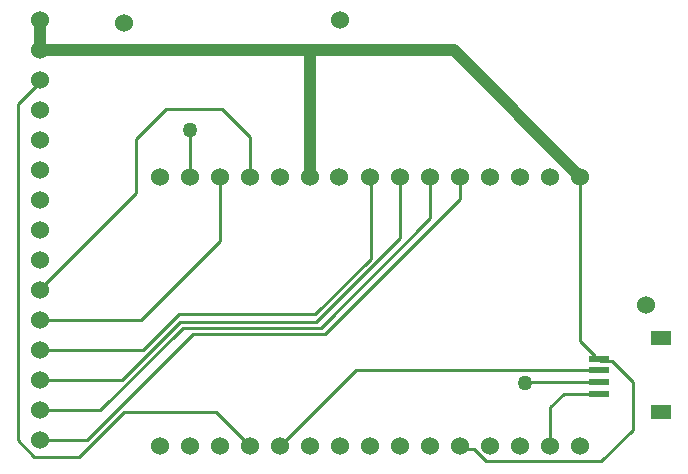
<source format=gtl>
G04*
G04 #@! TF.GenerationSoftware,Altium Limited,Altium Designer,20.0.14 (345)*
G04*
G04 Layer_Physical_Order=1*
G04 Layer_Color=255*
%FSLAX25Y25*%
%MOIN*%
G70*
G01*
G75*
%ADD10C,0.01000*%
%ADD12R,0.07087X0.04724*%
%ADD13R,0.06693X0.02362*%
%ADD18C,0.04000*%
%ADD19C,0.06000*%
%ADD20C,0.05000*%
D10*
X209500Y14500D02*
Y30414D01*
X198331Y38217D02*
X199012Y37535D01*
X202379D01*
X209500Y30414D01*
X199000Y4000D02*
X209500Y14500D01*
X160636Y4000D02*
X199000D01*
X156500Y8136D02*
X160636Y4000D01*
X152864Y8136D02*
X156500D01*
X152000Y9000D02*
X152864Y8136D01*
X174343Y30343D02*
X198331D01*
X192000Y44020D02*
Y98764D01*
Y44020D02*
X196984Y39035D01*
X92000Y9000D02*
X117280Y34280D01*
X198331D01*
X182000Y22000D02*
X186406Y26406D01*
X182000Y9000D02*
Y22000D01*
X186406Y26406D02*
X198331D01*
X82000Y98764D02*
Y112000D01*
X72500Y121500D02*
X82000Y112000D01*
X54000Y121500D02*
X72500D01*
X44000Y93500D02*
Y111500D01*
X54000Y121500D01*
X12000Y61000D02*
Y61500D01*
X44000Y93500D01*
X62000Y98764D02*
Y114500D01*
X70500Y20500D02*
X82000Y9000D01*
X40000Y20500D02*
X70500D01*
X10000Y5500D02*
X25000D01*
X40000Y20500D01*
X4500Y11000D02*
X10000Y5500D01*
X4500Y11000D02*
Y123000D01*
X12000Y130500D02*
Y131000D01*
X4500Y123000D02*
X12000Y130500D01*
X72000Y77500D02*
Y98764D01*
X45500Y51000D02*
X72000Y77500D01*
X12000Y51000D02*
X45500D01*
X12000Y41000D02*
X46343D01*
X58343Y53000D01*
X103672D02*
X122086Y71414D01*
X58343Y53000D02*
X103672D01*
X122000Y98764D02*
X122086Y98678D01*
Y71414D02*
Y98678D01*
X132000Y78500D02*
Y98764D01*
X104000Y50500D02*
X132000Y78500D01*
X12000Y31000D02*
X39172D01*
X58672Y50500D01*
X104000D01*
X59500Y48500D02*
X105500D01*
X12000Y21000D02*
X32000D01*
X59500Y48500D01*
X27500Y11000D02*
X63000Y46500D01*
X107000D01*
X152000Y91500D01*
X142000Y85000D02*
Y98764D01*
X105500Y48500D02*
X142000Y85000D01*
X152000Y91500D02*
Y98764D01*
X12000Y11000D02*
X27500D01*
X12000Y131000D02*
X12500Y131500D01*
X12000Y71000D02*
X12700Y71700D01*
X12000Y81000D02*
Y81500D01*
D12*
X219000Y44909D02*
D03*
Y20500D02*
D03*
D13*
X198331Y38217D02*
D03*
Y34280D02*
D03*
Y30343D02*
D03*
Y26406D02*
D03*
D18*
X102000Y98764D02*
Y141000D01*
X149764D01*
X12000D02*
X102000D01*
X149764D02*
X192000Y98764D01*
X12000Y141000D02*
Y151000D01*
D19*
X112000D02*
D03*
X52000Y9000D02*
D03*
X62000D02*
D03*
X72000D02*
D03*
X82000D02*
D03*
X92000D02*
D03*
X102000D02*
D03*
X112000D02*
D03*
X122000D02*
D03*
X132000D02*
D03*
X142000D02*
D03*
X152000D02*
D03*
X162000D02*
D03*
X172000D02*
D03*
X182000D02*
D03*
X192000D02*
D03*
Y98764D02*
D03*
X182000D02*
D03*
X172000D02*
D03*
X162000D02*
D03*
X152000D02*
D03*
X142000D02*
D03*
X132000D02*
D03*
X122000D02*
D03*
X111500D02*
D03*
X102000D02*
D03*
X92000D02*
D03*
X82000D02*
D03*
X72000D02*
D03*
X62000D02*
D03*
X52000D02*
D03*
X214000Y56000D02*
D03*
X40000Y150000D02*
D03*
X12000Y151000D02*
D03*
Y141000D02*
D03*
Y131000D02*
D03*
Y11000D02*
D03*
Y21000D02*
D03*
Y31000D02*
D03*
Y41000D02*
D03*
Y51000D02*
D03*
Y61000D02*
D03*
Y71000D02*
D03*
Y81000D02*
D03*
Y91000D02*
D03*
Y101000D02*
D03*
Y111000D02*
D03*
Y121000D02*
D03*
D20*
X173500Y30000D02*
D03*
X62000Y114500D02*
D03*
M02*

</source>
